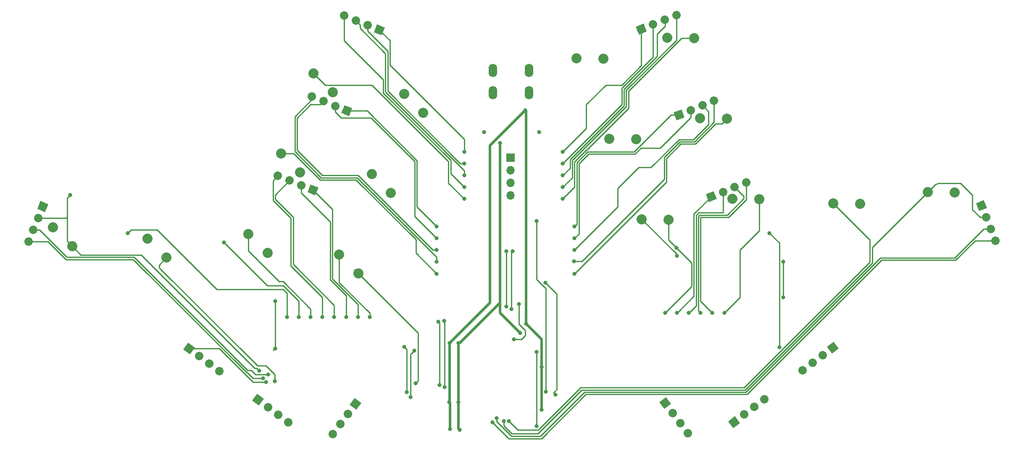
<source format=gbr>
G04 #@! TF.GenerationSoftware,KiCad,Pcbnew,(5.1.4)-1*
G04 #@! TF.CreationDate,2022-11-11T03:01:56-05:00*
G04 #@! TF.ProjectId,ThumbsUp,5468756d-6273-4557-902e-6b696361645f,rev?*
G04 #@! TF.SameCoordinates,Original*
G04 #@! TF.FileFunction,Copper,L1,Top*
G04 #@! TF.FilePolarity,Positive*
%FSLAX46Y46*%
G04 Gerber Fmt 4.6, Leading zero omitted, Abs format (unit mm)*
G04 Created by KiCad (PCBNEW (5.1.4)-1) date 2022-11-11 03:01:56*
%MOMM*%
%LPD*%
G04 APERTURE LIST*
%ADD10O,1.700000X2.700000*%
%ADD11C,1.700000*%
%ADD12C,1.700000*%
%ADD13C,0.100000*%
%ADD14C,2.032000*%
%ADD15R,1.700000X1.700000*%
%ADD16O,1.700000X1.700000*%
%ADD17C,0.800000*%
%ADD18C,0.508000*%
%ADD19C,0.250000*%
%ADD20C,0.254000*%
G04 APERTURE END LIST*
D10*
X143050000Y-155000000D03*
X150350000Y-155000000D03*
X150350000Y-159500000D03*
X143050000Y-159500000D03*
D11*
X194165141Y-177645498D03*
D12*
X194165141Y-177645498D02*
X194165141Y-177645498D01*
D11*
X191810094Y-178596999D03*
D12*
X191810094Y-178596999D02*
X191810094Y-178596999D01*
D11*
X189455047Y-179548499D03*
D12*
X189455047Y-179548499D02*
X189455047Y-179548499D01*
D11*
X187100000Y-180500000D03*
D13*
G36*
X188206522Y-180969691D02*
G01*
X186630309Y-181606522D01*
X185993478Y-180030309D01*
X187569691Y-179393478D01*
X188206522Y-180969691D01*
X188206522Y-180969691D01*
G37*
D11*
X241528381Y-182311090D03*
D13*
G36*
X241058690Y-183417612D02*
G01*
X240421859Y-181841399D01*
X241998072Y-181204568D01*
X242634903Y-182780781D01*
X241058690Y-183417612D01*
X241058690Y-183417612D01*
G37*
D11*
X242479882Y-184666137D03*
D12*
X242479882Y-184666137D02*
X242479882Y-184666137D01*
D11*
X243431382Y-187021184D03*
D12*
X243431382Y-187021184D02*
X243431382Y-187021184D01*
D11*
X244382883Y-189376231D03*
D12*
X244382883Y-189376231D02*
X244382883Y-189376231D01*
D11*
X172994345Y-146690649D03*
D13*
G36*
X174100867Y-147160340D02*
G01*
X172524654Y-147797171D01*
X171887823Y-146220958D01*
X173464036Y-145584127D01*
X174100867Y-147160340D01*
X174100867Y-147160340D01*
G37*
D11*
X175349392Y-145739148D03*
D12*
X175349392Y-145739148D02*
X175349392Y-145739148D01*
D11*
X177704439Y-144787648D03*
D12*
X177704439Y-144787648D02*
X177704439Y-144787648D01*
D11*
X180059486Y-143836147D03*
D12*
X180059486Y-143836147D02*
X180059486Y-143836147D01*
D11*
X180600000Y-164000000D03*
D13*
G36*
X181706522Y-164469691D02*
G01*
X180130309Y-165106522D01*
X179493478Y-163530309D01*
X181069691Y-162893478D01*
X181706522Y-164469691D01*
X181706522Y-164469691D01*
G37*
D11*
X182955047Y-163048499D03*
D12*
X182955047Y-163048499D02*
X182955047Y-163048499D01*
D11*
X185310094Y-162096999D03*
D12*
X185310094Y-162096999D02*
X185310094Y-162096999D01*
D11*
X187665141Y-161145498D03*
D12*
X187665141Y-161145498D02*
X187665141Y-161145498D01*
D11*
X182393643Y-228262834D03*
D12*
X182393643Y-228262834D02*
X182393643Y-228262834D01*
D11*
X180865033Y-226234299D03*
D12*
X180865033Y-226234299D02*
X180865033Y-226234299D01*
D11*
X179336423Y-224205765D03*
D12*
X179336423Y-224205765D02*
X179336423Y-224205765D01*
D11*
X177807813Y-222177231D03*
D13*
G36*
X177640516Y-223367614D02*
G01*
X176617430Y-222009934D01*
X177975110Y-220986848D01*
X178998196Y-222344528D01*
X177640516Y-223367614D01*
X177640516Y-223367614D01*
G37*
D14*
X236133916Y-179637189D03*
X230711323Y-179563136D03*
X183659694Y-148529216D03*
X178237101Y-148455163D03*
X190215309Y-164754933D03*
X184792716Y-164680880D03*
X196770924Y-180980651D03*
X191348331Y-180906598D03*
X217107982Y-181931492D03*
X211685389Y-181857439D03*
D11*
X205515141Y-215597906D03*
D12*
X205515141Y-215597906D02*
X205515141Y-215597906D01*
D11*
X207543676Y-214069296D03*
D12*
X207543676Y-214069296D02*
X207543676Y-214069296D01*
D11*
X209572210Y-212540686D03*
D12*
X209572210Y-212540686D02*
X209572210Y-212540686D01*
D11*
X211600744Y-211012076D03*
D13*
G36*
X210410361Y-210844779D02*
G01*
X211768041Y-209821693D01*
X212791127Y-211179373D01*
X211433447Y-212202459D01*
X210410361Y-210844779D01*
X210410361Y-210844779D01*
G37*
D11*
X87992618Y-215751511D03*
D12*
X87992618Y-215751511D02*
X87992618Y-215751511D01*
D11*
X85964083Y-214222901D03*
D12*
X85964083Y-214222901D02*
X85964083Y-214222901D01*
D11*
X83935549Y-212694291D03*
D12*
X83935549Y-212694291D02*
X83935549Y-212694291D01*
D11*
X81907015Y-211165681D03*
D13*
G36*
X82074312Y-212356064D02*
G01*
X80716632Y-211332978D01*
X81739718Y-209975298D01*
X83097398Y-210998384D01*
X82074312Y-212356064D01*
X82074312Y-212356064D01*
G37*
D11*
X52395205Y-182503276D03*
D13*
G36*
X51288683Y-182972967D02*
G01*
X51925514Y-181396754D01*
X53501727Y-182033585D01*
X52864896Y-183609798D01*
X51288683Y-182972967D01*
X51288683Y-182972967D01*
G37*
D11*
X51443704Y-184858323D03*
D12*
X51443704Y-184858323D02*
X51443704Y-184858323D01*
D11*
X50492204Y-187213370D03*
D12*
X50492204Y-187213370D02*
X50492204Y-187213370D01*
D11*
X49540703Y-189568417D03*
D12*
X49540703Y-189568417D02*
X49540703Y-189568417D01*
D11*
X120197799Y-146824591D03*
D13*
G36*
X119728108Y-145718069D02*
G01*
X121304321Y-146354900D01*
X120667490Y-147931113D01*
X119091277Y-147294282D01*
X119728108Y-145718069D01*
X119728108Y-145718069D01*
G37*
D11*
X117842752Y-145873090D03*
D12*
X117842752Y-145873090D02*
X117842752Y-145873090D01*
D11*
X115487705Y-144921590D03*
D12*
X115487705Y-144921590D02*
X115487705Y-144921590D01*
D11*
X113132658Y-143970089D03*
D12*
X113132658Y-143970089D02*
X113132658Y-143970089D01*
D11*
X113658765Y-163138249D03*
D13*
G36*
X113189074Y-162031727D02*
G01*
X114765287Y-162668558D01*
X114128456Y-164244771D01*
X112552243Y-163607940D01*
X113189074Y-162031727D01*
X113189074Y-162031727D01*
G37*
D11*
X111303718Y-162186748D03*
D12*
X111303718Y-162186748D02*
X111303718Y-162186748D01*
D11*
X108948671Y-161235248D03*
D12*
X108948671Y-161235248D02*
X108948671Y-161235248D01*
D11*
X106593624Y-160283747D03*
D12*
X106593624Y-160283747D02*
X106593624Y-160283747D01*
D11*
X99778867Y-176283747D03*
D12*
X99778867Y-176283747D02*
X99778867Y-176283747D01*
D11*
X102133914Y-177235248D03*
D12*
X102133914Y-177235248D02*
X102133914Y-177235248D01*
D11*
X104488961Y-178186748D03*
D12*
X104488961Y-178186748D02*
X104488961Y-178186748D01*
D11*
X106844008Y-179138249D03*
D13*
G36*
X106374317Y-178031727D02*
G01*
X107950530Y-178668558D01*
X107313699Y-180244771D01*
X105737486Y-179607940D01*
X106374317Y-178031727D01*
X106374317Y-178031727D01*
G37*
D14*
X106945799Y-155599240D03*
X110795044Y-159419359D03*
X171938588Y-168903604D03*
X166515995Y-168829551D03*
X54471576Y-186707213D03*
X58320821Y-190527332D03*
X73497510Y-189001516D03*
X77346755Y-192821635D03*
X93834568Y-188050675D03*
X97683813Y-191870794D03*
X178494203Y-185129321D03*
X173071610Y-185055268D03*
X125222520Y-159747910D03*
X129071765Y-163568029D03*
X112111289Y-192199345D03*
X115960534Y-196019464D03*
X118666904Y-175973628D03*
X122516149Y-179793747D03*
X165382973Y-152677886D03*
X159960380Y-152603833D03*
X100390183Y-171824957D03*
X104239428Y-175645076D03*
D11*
X101828320Y-226087050D03*
D12*
X101828320Y-226087050D02*
X101828320Y-226087050D01*
D11*
X99799785Y-224558440D03*
D12*
X99799785Y-224558440D02*
X99799785Y-224558440D01*
D11*
X97771251Y-223029830D03*
D12*
X97771251Y-223029830D02*
X97771251Y-223029830D01*
D11*
X95742717Y-221501220D03*
D13*
G36*
X95910014Y-222691603D02*
G01*
X94552334Y-221668517D01*
X95575420Y-220310837D01*
X96933100Y-221333923D01*
X95910014Y-222691603D01*
X95910014Y-222691603D01*
G37*
D15*
X146658765Y-172638249D03*
D16*
X146658765Y-175178249D03*
X146658765Y-177718249D03*
X146658765Y-180258249D03*
D11*
X191716901Y-226026163D03*
D13*
G36*
X192907284Y-226193460D02*
G01*
X191549604Y-227216546D01*
X190526518Y-225858866D01*
X191884198Y-224835780D01*
X192907284Y-226193460D01*
X192907284Y-226193460D01*
G37*
D11*
X193745435Y-224497553D03*
D12*
X193745435Y-224497553D02*
X193745435Y-224497553D01*
D11*
X195773969Y-222968943D03*
D12*
X195773969Y-222968943D02*
X195773969Y-222968943D01*
D11*
X197802504Y-221440333D03*
D12*
X197802504Y-221440333D02*
X197802504Y-221440333D01*
D11*
X110834284Y-228461436D03*
D12*
X110834284Y-228461436D02*
X110834284Y-228461436D01*
D11*
X112362894Y-226432901D03*
D12*
X112362894Y-226432901D02*
X112362894Y-226432901D01*
D11*
X113891504Y-224404367D03*
D12*
X113891504Y-224404367D02*
X113891504Y-224404367D01*
D11*
X115420114Y-222375833D03*
D13*
G36*
X114229731Y-222543130D02*
G01*
X115252817Y-221185450D01*
X116610497Y-222208536D01*
X115587411Y-223566216D01*
X114229731Y-222543130D01*
X114229731Y-222543130D01*
G37*
D17*
X134366000Y-210058000D03*
X134463006Y-227427000D03*
X149744026Y-206132010D03*
X152942990Y-214883984D03*
X134305270Y-222019980D03*
X152908000Y-223520000D03*
X149606000Y-163068000D03*
X136144000Y-210058000D03*
X148590000Y-208026000D03*
X136119019Y-222019980D03*
X136397990Y-227584000D03*
X144526000Y-169672000D03*
X137318750Y-178593750D03*
X152400000Y-167481250D03*
X141287500Y-167481250D03*
X153772000Y-219862000D03*
X151892000Y-185420000D03*
X137318750Y-176212500D03*
X137318750Y-173831250D03*
X137318750Y-171450000D03*
X131762500Y-193675000D03*
X153670000Y-197866000D03*
X155702000Y-220472000D03*
X131762500Y-191293750D03*
X131762500Y-188912500D03*
X131762500Y-186531250D03*
X108743750Y-204787500D03*
X125730000Y-219964000D03*
X125222036Y-210819964D03*
X111125000Y-204787500D03*
X113506250Y-204787500D03*
X115887500Y-204787500D03*
X88900000Y-189706250D03*
X103981250Y-204787500D03*
X126492000Y-220980000D03*
X127254002Y-211582000D03*
X69550000Y-187850000D03*
X101600000Y-204787500D03*
X137318750Y-180975000D03*
X131762500Y-196056250D03*
X106362500Y-204787500D03*
X118268750Y-204787500D03*
X180100000Y-190850000D03*
X177800000Y-203993750D03*
X157162500Y-180975000D03*
X159543750Y-196056250D03*
X189706250Y-203993750D03*
X157162500Y-178593750D03*
X157162500Y-176212500D03*
X157162500Y-173831250D03*
X157162500Y-171450000D03*
X159427966Y-193559215D03*
X159543750Y-191293750D03*
X159543750Y-188912500D03*
X159543750Y-186531250D03*
X187283098Y-203951848D03*
X184943750Y-203993750D03*
X184943750Y-203993750D03*
X182562500Y-203993750D03*
X180181250Y-203993750D03*
X99119540Y-217794583D03*
X57900000Y-180200000D03*
X147296000Y-209296000D03*
X148336000Y-202184000D03*
X96012000Y-215646000D03*
X97794933Y-216373010D03*
X96774000Y-217170000D03*
X99218750Y-201612500D03*
X99218750Y-211137500D03*
X127508000Y-218186000D03*
X97408473Y-217942960D03*
X198823946Y-187873946D03*
X200818750Y-210901515D03*
X133350000Y-218989000D03*
X133305576Y-205605696D03*
X180150002Y-192450000D03*
X201612500Y-193675000D03*
X201612500Y-200818750D03*
X132334000Y-218497041D03*
X132079996Y-205740000D03*
X146304000Y-225806000D03*
X145288000Y-225805997D03*
X143863298Y-225252691D03*
X143002000Y-226060000D03*
X145795998Y-202692000D03*
X145796000Y-191516004D03*
X146812000Y-203200000D03*
X147066008Y-191516000D03*
X151889426Y-211868166D03*
X151892000Y-226822000D03*
D18*
X152942990Y-214318299D02*
X152942990Y-214883984D01*
X152942990Y-209330974D02*
X152942990Y-214318299D01*
X149744026Y-206132010D02*
X152942990Y-209330974D01*
X134463006Y-222177716D02*
X134305270Y-222019980D01*
X134463006Y-227427000D02*
X134463006Y-222177716D01*
X134366000Y-210058000D02*
X134366000Y-221959250D01*
X134366000Y-221959250D02*
X134305270Y-222019980D01*
X152942990Y-215449669D02*
X152908000Y-215484659D01*
X152942990Y-214883984D02*
X152942990Y-215449669D01*
X152908000Y-215484659D02*
X152908000Y-223520000D01*
X149744026Y-206132010D02*
X149744026Y-163206026D01*
X149744026Y-163206026D02*
X149606000Y-163068000D01*
X142494000Y-170180000D02*
X149606000Y-163068000D01*
X134366000Y-210058000D02*
X142494000Y-201930000D01*
X142494000Y-201930000D02*
X142494000Y-170180000D01*
X136144000Y-221994999D02*
X136119019Y-222019980D01*
X136144000Y-210058000D02*
X136144000Y-221994999D01*
X136119019Y-227305029D02*
X136397990Y-227584000D01*
X136119019Y-222019980D02*
X136119019Y-227305029D01*
X144526000Y-201676000D02*
X144526000Y-169672000D01*
X144526000Y-203962000D02*
X144526000Y-201676000D01*
X148590000Y-208026000D02*
X144526000Y-203962000D01*
X136398000Y-210058000D02*
X136144000Y-210058000D01*
X144526000Y-201676000D02*
X144526000Y-201930000D01*
X144526000Y-201930000D02*
X136398000Y-210058000D01*
D19*
X134593761Y-175868761D02*
X134593761Y-173172832D01*
X137318750Y-178593750D02*
X134593761Y-175868761D01*
X134593761Y-173172832D02*
X120993737Y-159572809D01*
X113132658Y-145172170D02*
X113132658Y-143970089D01*
X120993737Y-159572809D02*
X120993737Y-156892837D01*
X120993737Y-156892837D02*
X113132658Y-149031758D01*
X113132658Y-149031758D02*
X113132658Y-145172170D01*
D20*
X153772000Y-199043962D02*
X151892000Y-197163962D01*
X153772000Y-219862000D02*
X153772000Y-199043962D01*
X151892000Y-197163962D02*
X151892000Y-185420000D01*
D19*
X137318750Y-176212500D02*
X137318750Y-175261411D01*
X116337704Y-145771589D02*
X115487705Y-144921590D01*
X121443748Y-151606248D02*
X116337704Y-146500204D01*
X116337704Y-146500204D02*
X116337704Y-145771589D01*
X137318750Y-175261411D02*
X121443748Y-159386409D01*
X121443748Y-159386409D02*
X121443748Y-151606248D01*
X117842752Y-147075171D02*
X117842752Y-145873090D01*
X121893759Y-151126178D02*
X117842752Y-147075171D01*
X121893759Y-159200009D02*
X121893759Y-151126178D01*
X137318750Y-173831250D02*
X136525000Y-173831250D01*
X136525000Y-173831250D02*
X121893759Y-159200009D01*
X122343770Y-153938979D02*
X122343770Y-148970562D01*
X137318750Y-171450000D02*
X137318750Y-168913959D01*
X137318750Y-168913959D02*
X122343770Y-153938979D01*
X122343770Y-148970562D02*
X120921456Y-147548248D01*
X120921456Y-147548248D02*
X120197799Y-146824591D01*
X131762500Y-192723910D02*
X115701099Y-176662509D01*
X131762500Y-193675000D02*
X131762500Y-192723910D01*
X106593624Y-160900126D02*
X106593624Y-160283747D01*
X115701099Y-176662509D02*
X108457186Y-176662509D01*
X108457186Y-176662509D02*
X103187500Y-171392822D01*
X103187500Y-171392822D02*
X103187500Y-164306250D01*
X103187500Y-164306250D02*
X106593624Y-160900126D01*
D20*
X155302001Y-220072001D02*
X155702000Y-220472000D01*
X155956000Y-219418002D02*
X155302001Y-220072001D01*
X153670000Y-197866000D02*
X155956000Y-200152000D01*
X155956000Y-200152000D02*
X155956000Y-219418002D01*
D19*
X106362500Y-161925000D02*
X108258919Y-161925000D01*
X130968750Y-191293750D02*
X115887498Y-176212498D01*
X108258919Y-161925000D02*
X108948671Y-161235248D01*
X131762500Y-191293750D02*
X130968750Y-191293750D01*
X115887498Y-176212498D02*
X108743748Y-176212498D01*
X108743748Y-176212498D02*
X103637510Y-171106260D01*
X103637510Y-171106260D02*
X103637510Y-164649990D01*
X103637510Y-164649990D02*
X106362500Y-161925000D01*
X118532281Y-164569781D02*
X112484670Y-164569781D01*
X131762500Y-188912500D02*
X127343740Y-184493740D01*
X112484670Y-164569781D02*
X111303718Y-163388829D01*
X127343740Y-184493740D02*
X127343740Y-173381240D01*
X127343740Y-173381240D02*
X118532281Y-164569781D01*
X111303718Y-163388829D02*
X111303718Y-162186748D01*
X114675519Y-163138249D02*
X113658765Y-163138249D01*
X117737160Y-163138249D02*
X114675519Y-163138249D01*
X127793751Y-173194840D02*
X117737160Y-163138249D01*
X127793751Y-182562501D02*
X127793751Y-173194840D01*
X131762500Y-186531250D02*
X127793751Y-182562501D01*
X108743750Y-204221815D02*
X108743750Y-204787500D01*
X98768739Y-177293875D02*
X98768739Y-181240070D01*
X99778867Y-176283747D02*
X98768739Y-177293875D01*
X98768739Y-181240070D02*
X102393750Y-184865081D01*
X102393750Y-184865081D02*
X102393750Y-194468750D01*
X102393750Y-194468750D02*
X108743750Y-200818750D01*
X108743750Y-200818750D02*
X108743750Y-204221815D01*
D20*
X125730000Y-219964000D02*
X125730000Y-211327928D01*
X125730000Y-211327928D02*
X125622035Y-211219963D01*
X125622035Y-211219963D02*
X125222036Y-210819964D01*
D19*
X111125000Y-202406250D02*
X111125000Y-204221815D01*
X102133914Y-177235248D02*
X99218750Y-180150412D01*
X111125000Y-204221815D02*
X111125000Y-204787500D01*
X102843761Y-184678681D02*
X102843761Y-194125011D01*
X102843761Y-194125011D02*
X111125000Y-202406250D01*
X99218750Y-181053671D02*
X102843761Y-184678681D01*
X99218750Y-180150412D02*
X99218750Y-181053671D01*
X113506250Y-200504071D02*
X113506250Y-204221815D01*
X110320277Y-197318098D02*
X113506250Y-200504071D01*
X110320277Y-185585322D02*
X110320277Y-197318098D01*
X104488961Y-179754006D02*
X110320277Y-185585322D01*
X113506250Y-204221815D02*
X113506250Y-204787500D01*
X104488961Y-178186748D02*
X104488961Y-179754006D01*
X110770288Y-183064529D02*
X110770288Y-197131698D01*
X110770288Y-197131698D02*
X115887500Y-202248910D01*
X115887500Y-202248910D02*
X115887500Y-204221815D01*
X106844008Y-179138249D02*
X110770288Y-183064529D01*
X115887500Y-204221815D02*
X115887500Y-204787500D01*
X103981250Y-201612500D02*
X103981250Y-204787500D01*
X100806250Y-198437500D02*
X103981250Y-201612500D01*
X97631250Y-198437500D02*
X100806250Y-198437500D01*
X88900000Y-189706250D02*
X97631250Y-198437500D01*
D20*
X126854003Y-211981999D02*
X127254002Y-211582000D01*
X126492000Y-212344002D02*
X126854003Y-211981999D01*
X126492000Y-220980000D02*
X126492000Y-212344002D01*
D19*
X101600000Y-204221815D02*
X101600000Y-204787500D01*
X70202000Y-187198000D02*
X75438000Y-187198000D01*
X69550000Y-187850000D02*
X70202000Y-187198000D01*
X75438000Y-187198000D02*
X87471250Y-199231250D01*
X87471250Y-199231250D02*
X100806250Y-199231250D01*
X100806250Y-199231250D02*
X101600000Y-200025000D01*
X101600000Y-200025000D02*
X101600000Y-204221815D01*
X137318750Y-180975000D02*
X134143750Y-177800000D01*
X134143750Y-177800000D02*
X134143750Y-173359232D01*
X134143750Y-173359232D02*
X118740768Y-157956250D01*
X118740768Y-157956250D02*
X109302809Y-157956250D01*
X107961798Y-156615239D02*
X106945799Y-155599240D01*
X109302809Y-157956250D02*
X107961798Y-156615239D01*
X101827023Y-171824957D02*
X100390183Y-171824957D01*
X102983224Y-171824957D02*
X101827023Y-171824957D01*
X115514699Y-177112520D02*
X108270787Y-177112520D01*
X127554215Y-189152036D02*
X115514699Y-177112520D01*
X127554215Y-191847965D02*
X127554215Y-189152036D01*
X131762500Y-196056250D02*
X127554215Y-191847965D01*
X108270787Y-177112520D02*
X102983224Y-171824957D01*
X106362500Y-203200000D02*
X106362500Y-204787500D01*
X100806250Y-197643750D02*
X106362500Y-203200000D01*
X100012500Y-197643750D02*
X100806250Y-197643750D01*
X93834568Y-188050675D02*
X93834568Y-191465818D01*
X93834568Y-191465818D02*
X100012500Y-197643750D01*
X118268750Y-204221815D02*
X118268750Y-204787500D01*
X118268750Y-203993750D02*
X118268750Y-204221815D01*
X112111289Y-192199345D02*
X112111289Y-197836289D01*
X112111289Y-197836289D02*
X118268750Y-203993750D01*
X178494203Y-189244203D02*
X178494203Y-185129321D01*
X180100000Y-190850000D02*
X178494203Y-189244203D01*
X183134000Y-198659750D02*
X177800000Y-203993750D01*
X183134000Y-193884000D02*
X183134000Y-198659750D01*
X180100000Y-190850000D02*
X183134000Y-193884000D01*
X157162500Y-180975000D02*
X159543750Y-178593750D01*
X159543750Y-173447428D02*
X161991189Y-170999989D01*
X161991189Y-170999989D02*
X162073998Y-170999989D01*
X181064103Y-148529216D02*
X182222854Y-148529216D01*
X162073998Y-170999989D02*
X170418783Y-162655204D01*
X170418783Y-162655204D02*
X170418783Y-159174536D01*
X170418783Y-159174536D02*
X181064103Y-148529216D01*
X182222854Y-148529216D02*
X183659694Y-148529216D01*
X159543750Y-178593750D02*
X159543750Y-173447428D01*
X187980384Y-165770932D02*
X189199310Y-165770932D01*
X189199310Y-165770932D02*
X190215309Y-164754933D01*
X180975000Y-169862500D02*
X183888816Y-169862500D01*
X178054000Y-177546000D02*
X178054000Y-172783500D01*
X159543750Y-196056250D02*
X178054000Y-177546000D01*
X178054000Y-172783500D02*
X180975000Y-169862500D01*
X183888816Y-169862500D02*
X187980384Y-165770932D01*
X196770924Y-182417491D02*
X196770924Y-180980651D01*
X196770924Y-187404076D02*
X196770924Y-182417491D01*
X192881250Y-191293750D02*
X196770924Y-187404076D01*
X189706250Y-203993750D02*
X192881250Y-200818750D01*
X192881250Y-200818750D02*
X192881250Y-191293750D01*
X180059486Y-145038228D02*
X180059486Y-143836147D01*
X157162500Y-178593750D02*
X159093739Y-176662511D01*
X180059486Y-148897422D02*
X180059486Y-145038228D01*
X169968772Y-158988136D02*
X180059486Y-148897422D01*
X169968772Y-162297800D02*
X169968772Y-158988136D01*
X159093739Y-173172833D02*
X169968772Y-162297800D01*
X159093739Y-176662511D02*
X159093739Y-173172833D01*
X177800000Y-144883209D02*
X177704439Y-144787648D01*
X177800000Y-146050000D02*
X177800000Y-144883209D01*
X176212500Y-147637500D02*
X177800000Y-146050000D01*
X158643732Y-174731268D02*
X158643732Y-172986428D01*
X157162500Y-176212500D02*
X158643732Y-174731268D01*
X158643732Y-172986428D02*
X169518761Y-162111400D01*
X169518761Y-162111400D02*
X169518761Y-158801738D01*
X169518761Y-158801738D02*
X176212500Y-152107999D01*
X176212500Y-152107999D02*
X176212500Y-147637500D01*
X175349392Y-146941229D02*
X175349392Y-145739148D01*
X175349392Y-152334697D02*
X175349392Y-146941229D01*
X169068750Y-158615339D02*
X175349392Y-152334697D01*
X169068750Y-161925000D02*
X169068750Y-158615339D01*
X157162500Y-173831250D02*
X169068750Y-161925000D01*
X172994345Y-147707403D02*
X172994345Y-146690649D01*
X161925000Y-161925000D02*
X165893750Y-157956250D01*
X165893750Y-157956250D02*
X169068750Y-157956250D01*
X157162500Y-171450000D02*
X161925000Y-166687500D01*
X169068750Y-157956250D02*
X172994345Y-154030655D01*
X161925000Y-166687500D02*
X161925000Y-161925000D01*
X172994345Y-154030655D02*
X172994345Y-147707403D01*
X177603989Y-176980011D02*
X161024785Y-193559215D01*
X177603989Y-172597100D02*
X177603989Y-176980011D01*
X161024785Y-193559215D02*
X159427966Y-193559215D01*
X183702416Y-169412489D02*
X180788600Y-169412489D01*
X187665141Y-165449764D02*
X183702416Y-169412489D01*
X187665141Y-161145498D02*
X187665141Y-165449764D01*
X180788600Y-169412489D02*
X177603989Y-172597100D01*
X186531250Y-163318155D02*
X185310094Y-162096999D01*
X186531250Y-165947244D02*
X186531250Y-163318155D01*
X183516016Y-168962478D02*
X186531250Y-165947244D01*
X168275000Y-182562500D02*
X168275000Y-178833285D01*
X159543750Y-191293750D02*
X168275000Y-182562500D01*
X168275000Y-178833285D02*
X172483285Y-174625000D01*
X172483285Y-174625000D02*
X174939678Y-174625000D01*
X174939678Y-174625000D02*
X180602200Y-168962478D01*
X180602200Y-168962478D02*
X183516016Y-168962478D01*
X182955047Y-164250580D02*
X182955047Y-163048499D01*
X182955047Y-164550114D02*
X182955047Y-164250580D01*
X176810545Y-170694616D02*
X182955047Y-164550114D01*
X172955300Y-170694616D02*
X176810545Y-170694616D01*
X171749906Y-171900011D02*
X172955300Y-170694616D01*
X162363989Y-171900011D02*
X171749906Y-171900011D01*
X160443772Y-173820228D02*
X162363989Y-171900011D01*
X160443772Y-188012478D02*
X160443772Y-173820228D01*
X159543750Y-188912500D02*
X160443772Y-188012478D01*
X179013505Y-164000000D02*
X171563506Y-171450000D01*
X159943749Y-186131251D02*
X159543750Y-186531250D01*
X159993761Y-186081239D02*
X159943749Y-186131251D01*
X159993761Y-173633828D02*
X159993761Y-186081239D01*
X162177589Y-171450000D02*
X159993761Y-173633828D01*
X171563506Y-171450000D02*
X162177589Y-171450000D01*
X180600000Y-164000000D02*
X179013505Y-164000000D01*
X184943750Y-201612500D02*
X187283098Y-203951848D01*
X184943750Y-184658000D02*
X184943750Y-201612500D01*
X190611121Y-184658000D02*
X184943750Y-184658000D01*
X194165141Y-181103980D02*
X190611121Y-184658000D01*
X194165141Y-177645498D02*
X194165141Y-181103980D01*
X184543751Y-203593751D02*
X184943750Y-203993750D01*
X184493739Y-203543739D02*
X184543751Y-203593751D01*
X184757350Y-184207989D02*
X184493739Y-184471600D01*
X190311584Y-184207989D02*
X184757350Y-184207989D01*
X193675000Y-180461905D02*
X193675000Y-180844573D01*
X193675000Y-180844573D02*
X190311584Y-184207989D01*
X191810094Y-178596999D02*
X193675000Y-180461905D01*
X184493739Y-184471600D02*
X184493739Y-203543739D01*
X182962499Y-203593751D02*
X182562500Y-203993750D01*
X184034022Y-202522228D02*
X182962499Y-203593751D01*
X184034022Y-184294906D02*
X184034022Y-202522228D01*
X184570950Y-183757978D02*
X184034022Y-184294906D01*
X189455047Y-179548499D02*
X189455047Y-183757978D01*
X189455047Y-183757978D02*
X184570950Y-183757978D01*
X187100000Y-180500000D02*
X183584011Y-184015989D01*
X183584011Y-184015989D02*
X183584011Y-200590989D01*
X180581249Y-203593751D02*
X180181250Y-203993750D01*
X183584011Y-200590989D02*
X180581249Y-203593751D01*
X76240238Y-195228509D02*
X75840239Y-194828510D01*
X94037017Y-213025288D02*
X76240238Y-195228509D01*
D20*
X75840239Y-194328151D02*
X77346755Y-192821635D01*
X75840239Y-194828510D02*
X75840239Y-194328151D01*
X99119540Y-216409855D02*
X99119540Y-217228898D01*
X95641729Y-214630000D02*
X97339685Y-214630000D01*
X94037017Y-213025288D02*
X95641729Y-214630000D01*
X99119540Y-217228898D02*
X99119540Y-217794583D01*
X97339685Y-214630000D02*
X99119540Y-216409855D01*
D19*
X58320821Y-190527332D02*
X57304822Y-189511333D01*
X57304822Y-180795178D02*
X57900000Y-180200000D01*
X57041677Y-184858323D02*
X57304822Y-184595178D01*
X51443704Y-184858323D02*
X57041677Y-184858323D01*
X57304822Y-189511333D02*
X57304822Y-184595178D01*
X57304822Y-184595178D02*
X57304822Y-180795178D01*
D20*
X148336000Y-202749685D02*
X148336000Y-202184000D01*
X148336000Y-206248000D02*
X148336000Y-202749685D01*
X149606000Y-207518000D02*
X148336000Y-206248000D01*
X149606000Y-208534000D02*
X149606000Y-207518000D01*
X147296000Y-209296000D02*
X148844000Y-209296000D01*
X148844000Y-209296000D02*
X149606000Y-208534000D01*
D19*
X72264410Y-192278000D02*
X95092660Y-215106250D01*
X58320821Y-190527332D02*
X60071489Y-192278000D01*
X60071489Y-192278000D02*
X72264410Y-192278000D01*
D20*
X95472250Y-215106250D02*
X96012000Y-215646000D01*
X95092660Y-215106250D02*
X95472250Y-215106250D01*
D19*
X51705780Y-187213370D02*
X57220421Y-192728011D01*
X71071623Y-192991623D02*
X93636261Y-215556261D01*
X70808012Y-192728011D02*
X71071623Y-192991623D01*
X57220421Y-192728011D02*
X70808012Y-192728011D01*
X50492204Y-187213370D02*
X51705780Y-187213370D01*
D20*
X93636261Y-215552263D02*
X94394263Y-215552263D01*
X95215010Y-216373010D02*
X97229248Y-216373010D01*
X97229248Y-216373010D02*
X97794933Y-216373010D01*
X94394263Y-215552263D02*
X95215010Y-216373010D01*
X94742000Y-217170000D02*
X96774000Y-217170000D01*
X93980000Y-216408000D02*
X94742000Y-217170000D01*
X93980000Y-216408000D02*
X93578272Y-216006272D01*
D19*
X93449861Y-216006272D02*
X93578272Y-216006272D01*
X57034022Y-193178022D02*
X70621612Y-193178022D01*
X53424417Y-189568417D02*
X57034022Y-193178022D01*
X70621612Y-193178022D02*
X93449861Y-216006272D01*
X49540703Y-189568417D02*
X53424417Y-189568417D01*
X115960534Y-196019464D02*
X115150000Y-195208930D01*
X99218750Y-201612500D02*
X99218750Y-211137500D01*
X98818751Y-211537499D02*
X99218750Y-211137500D01*
D20*
X127981002Y-217712998D02*
X127907999Y-217786001D01*
X127907999Y-217786001D02*
X127508000Y-218186000D01*
X127981002Y-208039932D02*
X127981002Y-217712998D01*
X115960534Y-196019464D02*
X127981002Y-208039932D01*
D19*
X104239428Y-175645076D02*
X103550000Y-174955648D01*
D20*
X96842788Y-217942960D02*
X97408473Y-217942960D01*
X94752960Y-217942960D02*
X96842788Y-217942960D01*
X93899871Y-217089871D02*
X94752960Y-217942960D01*
D19*
X93897052Y-217089872D02*
X93899871Y-217089872D01*
X81907015Y-211165681D02*
X87972861Y-211165681D01*
X87972861Y-211165681D02*
X93897052Y-217089872D01*
X191856598Y-180906598D02*
X191348331Y-180906598D01*
X198823946Y-187873946D02*
X200818750Y-189868750D01*
X200818750Y-189868750D02*
X200818750Y-210901515D01*
D20*
X133350000Y-218989000D02*
X133350000Y-205650120D01*
X133350000Y-205650120D02*
X133305576Y-205605696D01*
D19*
X173071610Y-185055268D02*
X180150002Y-192133660D01*
X180150002Y-192133660D02*
X180150002Y-192450000D01*
X201612500Y-193675000D02*
X201612500Y-200818750D01*
D20*
X132334000Y-218497041D02*
X132334000Y-205994004D01*
X132334000Y-205994004D02*
X132079996Y-205740000D01*
D19*
X211757439Y-181857439D02*
X211685389Y-181857439D01*
X219075000Y-193718267D02*
X193743267Y-219050000D01*
X211685389Y-181857439D02*
X219075000Y-189247050D01*
X219075000Y-189247050D02*
X219075000Y-193718267D01*
D20*
X148082000Y-227584000D02*
X146703999Y-226205999D01*
X146703999Y-226205999D02*
X146304000Y-225806000D01*
X152205962Y-227584000D02*
X148082000Y-227584000D01*
X160681413Y-219108549D02*
X152205962Y-227584000D01*
X193741853Y-219048587D02*
X160681413Y-219048587D01*
D19*
X231727322Y-178547137D02*
X230711323Y-179563136D01*
X241277801Y-184666137D02*
X239712500Y-183100836D01*
X242479882Y-184666137D02*
X241277801Y-184666137D01*
X239712500Y-183100836D02*
X239712500Y-180181250D01*
X232249551Y-178024908D02*
X231727322Y-178547137D01*
X239712500Y-180181250D02*
X237331250Y-177800000D01*
X237331250Y-177800000D02*
X232806219Y-177800000D01*
X232806219Y-177800000D02*
X232249551Y-178024908D01*
X230711323Y-179563136D02*
X219525011Y-190749448D01*
X219525011Y-193904667D02*
X193904667Y-219525011D01*
X219525011Y-190749448D02*
X219525011Y-193904667D01*
D20*
X145288000Y-226702068D02*
X145288000Y-226371682D01*
X160968990Y-219523010D02*
X152146000Y-228346000D01*
X146931932Y-228346000D02*
X145288000Y-226702068D01*
X152146000Y-228346000D02*
X146931932Y-228346000D01*
X193903841Y-219523010D02*
X160968990Y-219523010D01*
X145288000Y-226371682D02*
X145288000Y-225805997D01*
D19*
X236108464Y-192881250D02*
X221184839Y-192881250D01*
X243431382Y-187021184D02*
X241968530Y-187021184D01*
X241968530Y-187021184D02*
X236108464Y-192881250D01*
X221184839Y-192881250D02*
X194091067Y-219975022D01*
D20*
X194086242Y-219977020D02*
X161530979Y-219977021D01*
X161530979Y-219977021D02*
X152654000Y-228854000D01*
X152654000Y-228854000D02*
X146797864Y-228854000D01*
X143863298Y-225818376D02*
X143863298Y-225252691D01*
X143863298Y-225919434D02*
X143863298Y-225818376D01*
X146797864Y-228854000D02*
X143863298Y-225919434D01*
D19*
X240249893Y-189376231D02*
X236294864Y-193331261D01*
X221371239Y-193331261D02*
X194277467Y-220425033D01*
X244382883Y-189376231D02*
X240249893Y-189376231D01*
X236294864Y-193331261D02*
X221371239Y-193331261D01*
D20*
X152908000Y-229362000D02*
X146304000Y-229362000D01*
X194271470Y-220431030D02*
X161838970Y-220431030D01*
X161838970Y-220431030D02*
X152908000Y-229362000D01*
X194277467Y-220425033D02*
X194271470Y-220431030D01*
X146304000Y-229362000D02*
X143401999Y-226459999D01*
X143401999Y-226459999D02*
X143002000Y-226060000D01*
D19*
X180865033Y-226234299D02*
X180849484Y-226218750D01*
D20*
X145795998Y-191516006D02*
X145796000Y-191516004D01*
X145795998Y-202692000D02*
X145795998Y-191516006D01*
X146812000Y-203200000D02*
X146812000Y-191770008D01*
X146812000Y-191770008D02*
X147066008Y-191516000D01*
X151889426Y-226819426D02*
X151892000Y-226822000D01*
X151889426Y-211868166D02*
X151889426Y-226819426D01*
M02*

</source>
